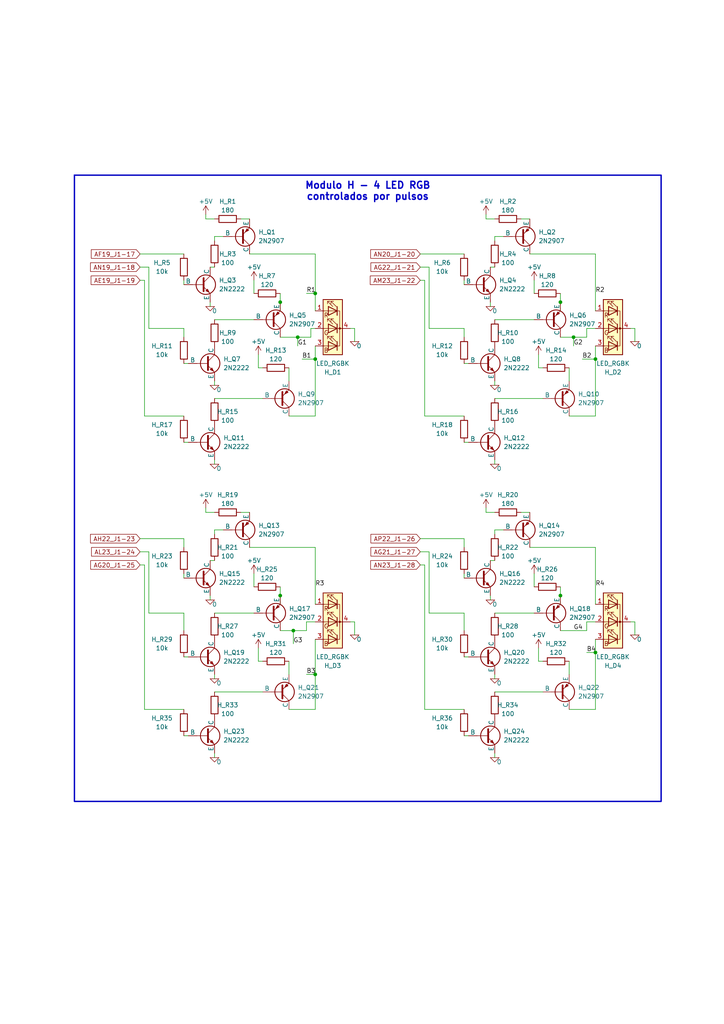
<source format=kicad_sch>
(kicad_sch (version 20230121) (generator eeschema)
  (paper "A4" portrait)
  (title_block (title "Maqueta de Laboratorio Remoto") (rev "2") (company "IIMAS UNAM") (comment 1 "Victor Manuel Lomas Barrie") (comment 2 "Abner Maya Vergara") (comment 3 "Autores:") (comment 4 "Circuito referido al diagrama de maqueta 2.0"))
  (lib_symbols
    (symbol "Device:LED_RGBK" (pin_names (offset 0) hide)
      (property "Reference" "D" (at 0 9.398 0))
      (property "Value" "LED_RGBK" (at 0 -8.89 0))
      (symbol "LED_RGBK_0_0"
        (text "B" (at 1.905 -6.35 0) (effects (font (size 1.27 1.27))))
        (text "G" (at 1.905 -1.27 0) (effects (font (size 1.27 1.27))))
        (text "R" (at 1.905 3.81 0) (effects (font (size 1.27 1.27))))
      )
      (symbol "LED_RGBK_0_1"
        (circle (center -2.032 0) (radius 0.254) (fill (type outline)))
        (polyline (pts (xy -1.27 -5.08) (xy 1.27 -5.08)))
        (polyline (pts (xy -1.27 -3.81) (xy -1.27 -6.35)) (stroke (width 0.254)))
        (polyline (pts (xy -1.27 0) (xy -2.54 0)))
        (polyline (pts (xy -1.27 1.27) (xy -1.27 -1.27)) (stroke (width 0.254)))
        (polyline (pts (xy -1.27 5.08) (xy 1.27 5.08)))
        (polyline (pts (xy -1.27 6.35) (xy -1.27 3.81)) (stroke (width 0.254)))
        (polyline (pts (xy 1.27 -5.08) (xy 2.54 -5.08)))
        (polyline (pts (xy 1.27 0) (xy -1.27 0)))
        (polyline (pts (xy 1.27 0) (xy 2.54 0)))
        (polyline (pts (xy 1.27 5.08) (xy 2.54 5.08)))
        (polyline (pts (xy -1.27 1.27) (xy -1.27 -1.27) (xy -1.27 -1.27)))
        (polyline (pts (xy -1.27 6.35) (xy -1.27 3.81) (xy -1.27 3.81)))
        (polyline (pts (xy -1.27 5.08) (xy -2.032 5.08) (xy -2.032 -5.08) (xy -1.016 -5.08)))
        (polyline (pts (xy 1.27 -3.81) (xy 1.27 -6.35) (xy -1.27 -5.08) (xy 1.27 -3.81)) (stroke (width 0.254)))
        (polyline (pts (xy 1.27 1.27) (xy 1.27 -1.27) (xy -1.27 0) (xy 1.27 1.27)) (stroke (width 0.254)))
        (polyline (pts (xy 1.27 6.35) (xy 1.27 3.81) (xy -1.27 5.08) (xy 1.27 6.35)) (stroke (width 0.254)))
        (polyline (pts (xy -1.016 -3.81) (xy 0.508 -2.286) (xy -0.254 -2.286) (xy 0.508 -2.286) (xy 0.508 -3.048)))
        (polyline (pts (xy -1.016 1.27) (xy 0.508 2.794) (xy -0.254 2.794) (xy 0.508 2.794) (xy 0.508 2.032)))
        (polyline (pts (xy -1.016 6.35) (xy 0.508 7.874) (xy -0.254 7.874) (xy 0.508 7.874) (xy 0.508 7.112)))
        (polyline (pts (xy 0 -3.81) (xy 1.524 -2.286) (xy 0.762 -2.286) (xy 1.524 -2.286) (xy 1.524 -3.048)))
        (polyline (pts (xy 0 1.27) (xy 1.524 2.794) (xy 0.762 2.794) (xy 1.524 2.794) (xy 1.524 2.032)))
        (polyline (pts (xy 0 6.35) (xy 1.524 7.874) (xy 0.762 7.874) (xy 1.524 7.874) (xy 1.524 7.112)))
        (rectangle (start 1.27 -1.27) (end 1.27 1.27))
        (rectangle (start 1.27 1.27) (end 1.27 1.27))
        (rectangle (start 1.27 3.81) (end 1.27 6.35))
        (rectangle (start 1.27 6.35) (end 1.27 6.35))
        (rectangle (start 2.794 8.382) (end -2.794 -7.62) (stroke (width 0.254)) (fill (type background)))
      )
      (symbol "LED_RGBK_1_1"
        (pin passive line (at 5.08 5.08 180) (length 2.54) (name "RA") (number "1"))
        (pin passive line (at 5.08 0 180) (length 2.54) (name "GA") (number "2"))
        (pin passive line (at 5.08 -5.08 180) (length 2.54) (name "BA") (number "3"))
        (pin passive line (at -5.08 0 0) (length 2.54) (name "K") (number "4"))
      )
    )
    (symbol "Device:R" (pin_numbers hide) (pin_names (offset 0))
      (property "Reference" "R" (at 2.032 0 90))
      (property "Value" "R" (at 0 0 90))
      (symbol "R_0_1"
        (rectangle (start -1.016 -2.54) (end 1.016 2.54) (stroke (width 0.254)))
      )
      (symbol "R_1_1"
        (pin passive line (at 0 3.81 270) (length 1.27) (name "~") (number "1"))
        (pin passive line (at 0 -3.81 90) (length 1.27) (name "~") (number "2"))
      )
    )
    (symbol "Simulation_SPICE:0" (power) (pin_names (offset 0))
      (property "Value" "0" (at 0 -1.778 0))
      (symbol "0_0_1"
        (polyline (pts (xy -1.27 0) (xy 0 -1.27) (xy 1.27 0) (xy -1.27 0)))
      )
      (symbol "0_1_1"
        (pin power_in line (at 0 0 0) (length 0) hide (name "0") (number "1"))
      )
    )
    (symbol "Simulation_SPICE:NPN" (pin_numbers hide) (pin_names (offset 0))
      (property "Reference" "Q" (at -2.54 7.62 0))
      (property "Value" "NPN" (at -2.54 5.08 0))
      (symbol "NPN_0_1"
        (polyline (pts (xy -2.54 0) (xy 0.635 0)) (stroke (width 0.1524)))
        (polyline (pts (xy 0.635 0.635) (xy 2.54 2.54)))
        (polyline (pts (xy 2.794 -1.27) (xy 2.794 -1.27)) (stroke (width 0.1524)))
        (polyline (pts (xy 2.794 -1.27) (xy 2.794 -1.27)) (stroke (width 0.1524)))
        (polyline (pts (xy 0.635 -0.635) (xy 2.54 -2.54) (xy 2.54 -2.54)))
        (polyline (pts (xy 0.635 1.905) (xy 0.635 -1.905) (xy 0.635 -1.905)) (stroke (width 0.508)))
        (polyline (pts (xy 1.27 -1.778) (xy 1.778 -1.27) (xy 2.286 -2.286) (xy 1.27 -1.778) (xy 1.27 -1.778)) (fill (type outline)))
        (circle (center 1.27 0) (radius 2.8194) (stroke (width 0.254)))
      )
      (symbol "NPN_1_1"
        (pin open_collector line (at 2.54 5.08 270) (length 2.54) (name "C") (number "1"))
        (pin input line (at -5.08 0 0) (length 2.54) (name "B") (number "2"))
        (pin open_emitter line (at 2.54 -5.08 90) (length 2.54) (name "E") (number "3"))
      )
    )
    (symbol "Simulation_SPICE:PNP" (pin_numbers hide) (pin_names (offset 0))
      (property "Reference" "Q" (at -2.54 7.62 0))
      (property "Value" "PNP" (at -2.54 5.08 0))
      (symbol "PNP_0_1"
        (polyline (pts (xy -2.54 0) (xy 0.635 0)) (stroke (width 0.1524)))
        (polyline (pts (xy 0.635 0.635) (xy 2.54 2.54)))
        (polyline (pts (xy 0.635 -0.635) (xy 2.54 -2.54) (xy 2.54 -2.54)))
        (polyline (pts (xy 0.635 1.905) (xy 0.635 -1.905) (xy 0.635 -1.905)) (stroke (width 0.508)))
        (polyline (pts (xy 2.286 -1.778) (xy 1.778 -2.286) (xy 1.27 -1.27) (xy 2.286 -1.778) (xy 2.286 -1.778)) (fill (type outline)))
        (circle (center 1.27 0) (radius 2.8194) (stroke (width 0.254)))
      )
      (symbol "PNP_1_1"
        (pin open_collector line (at 2.54 5.08 270) (length 2.54) (name "C") (number "1"))
        (pin input line (at -5.08 0 0) (length 2.54) (name "B") (number "2"))
        (pin open_emitter line (at 2.54 -5.08 90) (length 2.54) (name "E") (number "3"))
      )
    )
    (symbol "power:+5V" (power) (pin_names (offset 0))
      (property "Value" "+5V" (at 0 3.556 0))
      (symbol "+5V_0_1"
        (polyline (pts (xy -0.762 1.27) (xy 0 2.54)))
        (polyline (pts (xy 0 0) (xy 0 2.54)))
        (polyline (pts (xy 0 2.54) (xy 0.762 1.27)))
      )
      (symbol "+5V_1_1"
        (pin power_in line (at 0 0 90) (length 0) hide (name "+5V") (number "1"))
      )
    )
  )
  (junction (at 81.28 87.63))
  (junction (at 162.56 172.72))
  (junction (at 81.28 172.72))
  (junction (at 85.09 182.88))
  (junction (at 91.44 104.14))
  (junction (at 91.44 85.09))
  (junction (at 162.56 87.63))
  (junction (at 172.72 104.14))
  (junction (at 86.36 97.79))
  (junction (at 166.37 97.79))
  (junction (at 172.72 189.23))
  (junction (at 91.44 195.58))
  (wire (pts (xy 123.19 120.65) (xy 123.19 81.28)))
  (wire (pts (xy 142.24 87.63) (xy 142.24 88.9)))
  (wire (pts (xy 143.51 110.49) (xy 143.51 111.76)))
  (wire (pts (xy 134.62 166.37) (xy 134.62 167.64)))
  (wire (pts (xy 121.92 163.83) (xy 123.19 163.83)))
  (wire (pts (xy 154.94 166.37) (xy 154.94 170.18)))
  (wire (pts (xy 154.94 81.28) (xy 154.94 85.09)))
  (wire (pts (xy 165.1 191.77) (xy 165.1 195.58)))
  (wire (pts (xy 69.85 148.59) (xy 72.39 148.59)))
  (wire (pts (xy 62.23 218.44) (xy 62.23 219.71)))
  (wire (pts (xy 143.51 218.44) (xy 143.51 219.71)))
  (wire (pts (xy 123.19 120.65) (xy 134.62 120.65)))
  (wire (pts (xy 154.94 92.71) (xy 143.51 92.71)))
  (wire (pts (xy 134.62 190.5) (xy 135.89 190.5)))
  (wire (pts (xy 91.44 85.09) (xy 91.44 73.66)))
  (wire (pts (xy 156.21 191.77) (xy 157.48 191.77)))
  (wire (pts (xy 59.69 63.5) (xy 62.23 63.5)))
  (wire (pts (xy 87.63 104.14) (xy 91.44 104.14)))
  (wire (pts (xy 151.13 63.5) (xy 153.67 63.5)))
  (wire (pts (xy 59.69 62.23) (xy 59.69 63.5)))
  (wire (pts (xy 121.92 73.66) (xy 134.62 73.66)))
  (wire (pts (xy 85.09 182.88) (xy 88.9 182.88)))
  (wire (pts (xy 60.96 77.47) (xy 62.23 77.47)))
  (wire (pts (xy 91.44 73.66) (xy 72.39 73.66)))
  (wire (pts (xy 162.56 97.79) (xy 166.37 97.79)))
  (wire (pts (xy 143.51 153.67) (xy 143.51 154.94)))
  (wire (pts (xy 74.93 102.87) (xy 74.93 106.68)))
  (wire (pts (xy 165.1 106.68) (xy 165.1 110.49)))
  (wire (pts (xy 140.97 147.32) (xy 140.97 148.59)))
  (wire (pts (xy 142.24 172.72) (xy 142.24 173.99)))
  (wire (pts (xy 134.62 182.88) (xy 134.62 177.8)))
  (wire (pts (xy 73.66 166.37) (xy 73.66 170.18)))
  (wire (pts (xy 134.62 95.25) (xy 124.46 95.25)))
  (wire (pts (xy 53.34 128.27) (xy 54.61 128.27)))
  (wire (pts (xy 73.66 177.8) (xy 62.23 177.8)))
  (wire (pts (xy 154.94 177.8) (xy 143.51 177.8)))
  (wire (pts (xy 142.24 162.56) (xy 143.51 162.56)))
  (wire (pts (xy 43.18 77.47) (xy 43.18 95.25)))
  (wire (pts (xy 40.64 73.66) (xy 53.34 73.66)))
  (wire (pts (xy 62.23 200.66) (xy 76.2 200.66)))
  (wire (pts (xy 81.28 97.79) (xy 86.36 97.79)))
  (wire (pts (xy 121.92 156.21) (xy 134.62 156.21)))
  (wire (pts (xy 166.37 97.79) (xy 170.18 97.79)))
  (wire (pts (xy 184.15 95.25) (xy 182.88 95.25)))
  (wire (pts (xy 172.72 104.14) (xy 172.72 120.65)))
  (wire (pts (xy 121.92 77.47) (xy 124.46 77.47)))
  (wire (pts (xy 91.44 175.26) (xy 91.44 158.75)))
  (wire (pts (xy 69.85 63.5) (xy 72.39 63.5)))
  (wire (pts (xy 73.66 81.28) (xy 73.66 85.09)))
  (wire (pts (xy 170.18 180.34) (xy 172.72 180.34)))
  (wire (pts (xy 53.34 213.36) (xy 54.61 213.36)))
  (wire (pts (xy 165.1 205.74) (xy 172.72 205.74)))
  (wire (pts (xy 162.56 182.88) (xy 170.18 182.88)))
  (wire (pts (xy 53.34 177.8) (xy 43.18 177.8)))
  (wire (pts (xy 60.96 162.56) (xy 62.23 162.56)))
  (wire (pts (xy 172.72 189.23) (xy 172.72 205.74)))
  (wire (pts (xy 53.34 105.41) (xy 54.61 105.41)))
  (wire (pts (xy 170.18 182.88) (xy 170.18 180.34)))
  (wire (pts (xy 156.21 106.68) (xy 157.48 106.68)))
  (wire (pts (xy 41.91 81.28) (xy 40.64 81.28)))
  (wire (pts (xy 83.82 191.77) (xy 83.82 195.58)))
  (wire (pts (xy 172.72 158.75) (xy 153.67 158.75)))
  (wire (pts (xy 91.44 100.33) (xy 91.44 104.14)))
  (wire (pts (xy 62.23 133.35) (xy 62.23 134.62)))
  (wire (pts (xy 53.34 156.21) (xy 53.34 158.75)))
  (wire (pts (xy 43.18 160.02) (xy 43.18 177.8)))
  (wire (pts (xy 102.87 95.25) (xy 101.6 95.25)))
  (wire (pts (xy 91.44 195.58) (xy 91.44 205.74)))
  (wire (pts (xy 85.09 186.69) (xy 85.09 182.88)))
  (wire (pts (xy 184.15 180.34) (xy 182.88 180.34)))
  (wire (pts (xy 162.56 90.17) (xy 162.56 87.63)))
  (wire (pts (xy 184.15 95.25) (xy 184.15 99.06)))
  (wire (pts (xy 40.64 160.02) (xy 43.18 160.02)))
  (wire (pts (xy 162.56 87.63) (xy 162.56 85.09)))
  (wire (pts (xy 156.21 187.96) (xy 156.21 191.77)))
  (wire (pts (xy 146.05 153.67) (xy 143.51 153.67)))
  (wire (pts (xy 64.77 153.67) (xy 62.23 153.67)))
  (wire (pts (xy 91.44 158.75) (xy 72.39 158.75)))
  (wire (pts (xy 59.69 147.32) (xy 59.69 148.59)))
  (wire (pts (xy 124.46 160.02) (xy 124.46 177.8)))
  (wire (pts (xy 172.72 175.26) (xy 172.72 158.75)))
  (wire (pts (xy 74.93 187.96) (xy 74.93 191.77)))
  (wire (pts (xy 162.56 172.72) (xy 162.56 170.18)))
  (wire (pts (xy 123.19 81.28) (xy 121.92 81.28)))
  (wire (pts (xy 88.9 85.09) (xy 91.44 85.09)))
  (wire (pts (xy 170.18 95.25) (xy 172.72 95.25)))
  (wire (pts (xy 64.77 68.58) (xy 62.23 68.58)))
  (wire (pts (xy 143.51 133.35) (xy 143.51 134.62)))
  (wire (pts (xy 41.91 120.65) (xy 41.91 81.28)))
  (wire (pts (xy 140.97 63.5) (xy 143.51 63.5)))
  (wire (pts (xy 134.62 81.28) (xy 134.62 82.55)))
  (wire (pts (xy 41.91 120.65) (xy 53.34 120.65)))
  (wire (pts (xy 123.19 163.83) (xy 123.19 205.74)))
  (wire (pts (xy 73.66 92.71) (xy 62.23 92.71)))
  (wire (pts (xy 83.82 120.65) (xy 91.44 120.65)))
  (wire (pts (xy 102.87 95.25) (xy 102.87 99.06)))
  (wire (pts (xy 40.64 156.21) (xy 53.34 156.21)))
  (wire (pts (xy 74.93 191.77) (xy 76.2 191.77)))
  (wire (pts (xy 91.44 185.42) (xy 91.44 195.58)))
  (wire (pts (xy 83.82 106.68) (xy 83.82 110.49)))
  (wire (pts (xy 134.62 128.27) (xy 135.89 128.27)))
  (wire (pts (xy 62.23 195.58) (xy 62.23 196.85)))
  (wire (pts (xy 165.1 120.65) (xy 172.72 120.65)))
  (wire (pts (xy 60.96 87.63) (xy 60.96 88.9)))
  (wire (pts (xy 53.34 97.79) (xy 53.34 95.25)))
  (wire (pts (xy 88.9 182.88) (xy 88.9 180.34)))
  (wire (pts (xy 142.24 77.47) (xy 143.51 77.47)))
  (wire (pts (xy 170.18 189.23) (xy 172.72 189.23)))
  (wire (pts (xy 143.51 195.58) (xy 143.51 196.85)))
  (wire (pts (xy 121.92 160.02) (xy 124.46 160.02)))
  (wire (pts (xy 90.17 95.25) (xy 91.44 95.25)))
  (wire (pts (xy 91.44 90.17) (xy 91.44 85.09)))
  (wire (pts (xy 143.51 68.58) (xy 143.51 69.85)))
  (wire (pts (xy 81.28 175.26) (xy 81.28 172.72)))
  (wire (pts (xy 60.96 172.72) (xy 60.96 173.99)))
  (wire (pts (xy 151.13 148.59) (xy 153.67 148.59)))
  (wire (pts (xy 88.9 180.34) (xy 91.44 180.34)))
  (wire (pts (xy 81.28 90.17) (xy 81.28 87.63)))
  (wire (pts (xy 59.69 148.59) (xy 62.23 148.59)))
  (wire (pts (xy 172.72 185.42) (xy 172.72 189.23)))
  (wire (pts (xy 53.34 95.25) (xy 43.18 95.25)))
  (wire (pts (xy 184.15 180.34) (xy 184.15 184.15)))
  (wire (pts (xy 140.97 148.59) (xy 143.51 148.59)))
  (wire (pts (xy 40.64 163.83) (xy 41.91 163.83)))
  (wire (pts (xy 146.05 68.58) (xy 143.51 68.58)))
  (wire (pts (xy 62.23 68.58) (xy 62.23 69.85)))
  (wire (pts (xy 91.44 104.14) (xy 91.44 120.65)))
  (wire (pts (xy 53.34 81.28) (xy 53.34 82.55)))
  (wire (pts (xy 134.62 105.41) (xy 135.89 105.41)))
  (wire (pts (xy 143.51 115.57) (xy 157.48 115.57)))
  (wire (pts (xy 123.19 205.74) (xy 134.62 205.74)))
  (wire (pts (xy 166.37 100.33) (xy 166.37 97.79)))
  (wire (pts (xy 140.97 62.23) (xy 140.97 63.5)))
  (wire (pts (xy 102.87 180.34) (xy 101.6 180.34)))
  (wire (pts (xy 134.62 177.8) (xy 124.46 177.8)))
  (wire (pts (xy 134.62 213.36) (xy 135.89 213.36)))
  (wire (pts (xy 81.28 182.88) (xy 85.09 182.88)))
  (wire (pts (xy 83.82 205.74) (xy 91.44 205.74)))
  (wire (pts (xy 172.72 73.66) (xy 153.67 73.66)))
  (wire (pts (xy 88.9 195.58) (xy 91.44 195.58)))
  (wire (pts (xy 86.36 97.79) (xy 90.17 97.79)))
  (wire (pts (xy 62.23 153.67) (xy 62.23 154.94)))
  (wire (pts (xy 170.18 97.79) (xy 170.18 95.25)))
  (wire (pts (xy 53.34 166.37) (xy 53.34 167.64)))
  (wire (pts (xy 134.62 156.21) (xy 134.62 158.75)))
  (wire (pts (xy 41.91 163.83) (xy 41.91 205.74)))
  (wire (pts (xy 53.34 182.88) (xy 53.34 177.8)))
  (wire (pts (xy 162.56 175.26) (xy 162.56 172.72)))
  (wire (pts (xy 102.87 180.34) (xy 102.87 184.15)))
  (wire (pts (xy 62.23 110.49) (xy 62.23 111.76)))
  (wire (pts (xy 81.28 172.72) (xy 81.28 170.18)))
  (wire (pts (xy 143.51 200.66) (xy 157.48 200.66)))
  (wire (pts (xy 62.23 115.57) (xy 76.2 115.57)))
  (wire (pts (xy 86.36 100.33) (xy 86.36 97.79)))
  (wire (pts (xy 53.34 190.5) (xy 54.61 190.5)))
  (wire (pts (xy 41.91 205.74) (xy 53.34 205.74)))
  (wire (pts (xy 172.72 100.33) (xy 172.72 104.14)))
  (wire (pts (xy 40.64 77.47) (xy 43.18 77.47)))
  (wire (pts (xy 74.93 106.68) (xy 76.2 106.68)))
  (wire (pts (xy 124.46 77.47) (xy 124.46 95.25)))
  (wire (pts (xy 172.72 90.17) (xy 172.72 73.66)))
  (wire (pts (xy 134.62 97.79) (xy 134.62 95.25)))
  (wire (pts (xy 156.21 102.87) (xy 156.21 106.68)))
  (wire (pts (xy 168.91 104.14) (xy 172.72 104.14)))
  (wire (pts (xy 90.17 97.79) (xy 90.17 95.25)))
  (wire (pts (xy 81.28 87.63) (xy 81.28 85.09)))
  (text_box "Modulo H - 4 LED RGB\ncontrolados por pulsos" (at 21.59 50.8 0) (size 170.18 181.61) (stroke (width 0.4)) (effects (font (size 2 2) (thickness 0.4) bold) (justify top)))
  (label "R2" (at 172.72 85.09 0))
  (label "B4" (at 170.18 189.23 0))
  (label "G1" (at 86.36 100.33 0))
  (label "B3" (at 88.9 195.58 0))
  (label "G3" (at 85.09 186.69 0))
  (label "R4" (at 172.72 170.18 0))
  (label "G4" (at 166.37 182.88 0))
  (label "R3" (at 91.44 170.18 0))
  (label "B1" (at 87.63 104.14 0))
  (label "R1" (at 88.9 85.09 0))
  (label "G2" (at 166.37 100.33 0))
  (label "B2" (at 168.91 104.14 0))
  (global_label "AG21_J1-27" (shape input) (at 121.92 160.02 180) (property "Intersheetrefs" "${INTERSHEET_REFS}" (effects hide)))
  (global_label "AE19_J1-19" (shape input) (at 40.64 81.28 180) (property "Intersheetrefs" "${INTERSHEET_REFS}" (effects hide)))
  (global_label "AM23_J1-22" (shape input) (at 121.92 81.28 180) (property "Intersheetrefs" "${INTERSHEET_REFS}" (effects hide)))
  (global_label "AP22_J1-26" (shape input) (at 121.92 156.21 180) (property "Intersheetrefs" "${INTERSHEET_REFS}" (effects hide)))
  (global_label "AF19_J1-17" (shape input) (at 40.64 73.66 180) (property "Intersheetrefs" "${INTERSHEET_REFS}" (effects hide)))
  (global_label "AG20_J1-25" (shape input) (at 40.64 163.83 180) (property "Intersheetrefs" "${INTERSHEET_REFS}" (effects hide)))
  (global_label "AG22_J1-21" (shape input) (at 121.92 77.47 180) (property "Intersheetrefs" "${INTERSHEET_REFS}" (effects hide)))
  (global_label "AH22_J1-23" (shape input) (at 40.64 156.21 180) (property "Intersheetrefs" "${INTERSHEET_REFS}" (effects hide)))
  (global_label "AN20_J1-20" (shape input) (at 121.92 73.66 180) (property "Intersheetrefs" "${INTERSHEET_REFS}" (effects hide)))
  (global_label "AN19_J1-18" (shape input) (at 40.64 77.47 180) (property "Intersheetrefs" "${INTERSHEET_REFS}" (effects hide)))
  (global_label "AN23_J1-28" (shape input) (at 121.92 163.83 180) (property "Intersheetrefs" "${INTERSHEET_REFS}" (effects hide)))
  (global_label "AL23_J1-24" (shape input) (at 40.64 160.02 180) (property "Intersheetrefs" "${INTERSHEET_REFS}" (effects hide)))
  (symbol (lib_id "Device:R") (at 62.23 119.38 0) (mirror y) (unit 1)
    (property "Reference" "H_R15" (at 66.04 119.38 0))
    (property "Value" "100" (at 66.04 121.92 0))
    (property "Sim.Device" "R" (effects hide))
    (property "Sim.Pins" "1=+ 2=-" (effects hide))
  )
  (symbol (lib_id "Simulation_SPICE:PNP") (at 162.56 115.57 0) (mirror x) (unit 1)
    (property "Reference" "H_Q10" (at 167.64 114.3 0) (effects (justify left)))
    (property "Value" "2N2907" (at 167.64 116.84 0) (effects (justify left)))
    (property "Sim.Device" "PNP" (effects hide))
    (property "Sim.Type" "GUMMELPOON" (effects hide))
    (property "Sim.Pins" "1=C 2=B 3=E" (effects hide))
  )
  (symbol (lib_id "Device:R") (at 161.29 191.77 90) (mirror x) (unit 1)
    (property "Reference" "H_R32" (at 161.29 186.69 90))
    (property "Value" "120" (at 161.29 189.23 90))
    (property "Sim.Device" "R" (effects hide))
    (property "Sim.Pins" "1=+ 2=-" (effects hide))
  )
  (symbol (lib_id "Simulation_SPICE:0") (at 60.96 173.99 0) (unit 1)
    (property "Reference" "#GND023" (effects hide))
    (property "Value" "0" (at 62.23 175.26 0))
  )
  (symbol (lib_id "Simulation_SPICE:0") (at 60.96 88.9 0) (unit 1)
    (property "Reference" "#GND015" (effects hide))
    (property "Value" "0" (at 62.23 90.17 0))
  )
  (symbol (lib_id "Simulation_SPICE:NPN") (at 58.42 82.55 0) (unit 1)
    (property "Reference" "H_Q3" (at 63.5 81.28 0) (effects (justify left)))
    (property "Value" "2N2222" (at 63.5 83.82 0) (effects (justify left)))
    (property "Sim.Device" "NPN" (effects hide))
    (property "Sim.Type" "GUMMELPOON" (effects hide))
    (property "Sim.Pins" "1=C 2=B 3=E" (effects hide))
  )
  (symbol (lib_id "Simulation_SPICE:NPN") (at 59.69 105.41 0) (unit 1)
    (property "Reference" "H_Q7" (at 64.77 104.14 0) (effects (justify left)))
    (property "Value" "2N2222" (at 64.77 106.68 0) (effects (justify left)))
    (property "Sim.Device" "NPN" (effects hide))
    (property "Sim.Type" "GUMMELPOON" (effects hide))
    (property "Sim.Pins" "1=C 2=B 3=E" (effects hide))
  )
  (symbol (lib_id "Simulation_SPICE:NPN") (at 140.97 190.5 0) (unit 1)
    (property "Reference" "H_Q20" (at 146.05 189.23 0) (effects (justify left)))
    (property "Value" "2N2222" (at 146.05 191.77 0) (effects (justify left)))
    (property "Sim.Device" "NPN" (effects hide))
    (property "Sim.Type" "GUMMELPOON" (effects hide))
    (property "Sim.Pins" "1=C 2=B 3=E" (effects hide))
  )
  (symbol (lib_id "Device:LED_RGBK") (at 177.8 180.34 0) (mirror y) (unit 1)
    (property "Reference" "H_D4" (at 177.8 193.04 0))
    (property "Value" "LED_RGBK" (at 177.8 190.5 0))
  )
  (symbol (lib_id "Simulation_SPICE:0") (at 143.51 134.62 0) (unit 1)
    (property "Reference" "#GND022" (effects hide))
    (property "Value" "0" (at 144.78 135.89 0))
  )
  (symbol (lib_id "Simulation_SPICE:PNP") (at 78.74 92.71 0) (mirror x) (unit 1)
    (property "Reference" "H_Q5" (at 83.82 91.44 0) (effects (justify left)))
    (property "Value" "2N2907" (at 83.82 93.98 0) (effects (justify left)))
    (property "Sim.Device" "PNP" (effects hide))
    (property "Sim.Type" "GUMMELPOON" (effects hide))
    (property "Sim.Pins" "1=C 2=B 3=E" (effects hide))
  )
  (symbol (lib_id "Simulation_SPICE:PNP") (at 162.56 200.66 0) (mirror x) (unit 1)
    (property "Reference" "H_Q22" (at 167.64 199.39 0) (effects (justify left)))
    (property "Value" "2N2907" (at 167.64 201.93 0) (effects (justify left)))
    (property "Sim.Device" "PNP" (effects hide))
    (property "Sim.Type" "GUMMELPOON" (effects hide))
    (property "Sim.Pins" "1=C 2=B 3=E" (effects hide))
  )
  (symbol (lib_id "Device:R") (at 134.62 101.6 180) (unit 1)
    (property "Reference" "H_R12" (at 128.27 100.33 0))
    (property "Value" "10k" (at 128.27 102.87 0))
    (property "Sim.Device" "R" (effects hide))
    (property "Sim.Pins" "1=+ 2=-" (effects hide))
  )
  (symbol (lib_id "Simulation_SPICE:0") (at 184.15 184.15 0) (unit 1)
    (property "Reference" "#GND026" (effects hide))
    (property "Value" "0" (at 185.42 185.42 0))
  )
  (symbol (lib_id "power:+5V") (at 154.94 166.37 0) (unit 1)
    (property "Reference" "#PWR026" (effects hide))
    (property "Value" "+5V" (at 154.94 162.56 0))
  )
  (symbol (lib_id "Simulation_SPICE:NPN") (at 140.97 213.36 0) (unit 1)
    (property "Reference" "H_Q24" (at 146.05 212.09 0) (effects (justify left)))
    (property "Value" "2N2222" (at 146.05 214.63 0) (effects (justify left)))
    (property "Sim.Device" "NPN" (effects hide))
    (property "Sim.Type" "GUMMELPOON" (effects hide))
    (property "Sim.Pins" "1=C 2=B 3=E" (effects hide))
  )
  (symbol (lib_id "Simulation_SPICE:0") (at 143.51 196.85 0) (unit 1)
    (property "Reference" "#GND028" (effects hide))
    (property "Value" "0" (at 144.78 198.12 0))
  )
  (symbol (lib_id "Simulation_SPICE:NPN") (at 139.7 82.55 0) (unit 1)
    (property "Reference" "H_Q4" (at 144.78 81.28 0) (effects (justify left)))
    (property "Value" "2N2222" (at 144.78 83.82 0) (effects (justify left)))
    (property "Sim.Device" "NPN" (effects hide))
    (property "Sim.Type" "GUMMELPOON" (effects hide))
    (property "Sim.Pins" "1=C 2=B 3=E" (effects hide))
  )
  (symbol (lib_id "Simulation_SPICE:NPN") (at 140.97 128.27 0) (unit 1)
    (property "Reference" "H_Q12" (at 146.05 127 0) (effects (justify left)))
    (property "Value" "2N2222" (at 146.05 129.54 0) (effects (justify left)))
    (property "Sim.Device" "NPN" (effects hide))
    (property "Sim.Type" "GUMMELPOON" (effects hide))
    (property "Sim.Pins" "1=C 2=B 3=E" (effects hide))
  )
  (symbol (lib_id "power:+5V") (at 73.66 166.37 0) (unit 1)
    (property "Reference" "#PWR025" (effects hide))
    (property "Value" "+5V" (at 73.66 162.56 0))
  )
  (symbol (lib_id "power:+5V") (at 74.93 102.87 0) (unit 1)
    (property "Reference" "#PWR021" (effects hide))
    (property "Value" "+5V" (at 74.93 99.06 0))
  )
  (symbol (lib_id "Device:R") (at 143.51 73.66 0) (mirror y) (unit 1)
    (property "Reference" "H_R4" (at 147.32 73.66 0))
    (property "Value" "100" (at 147.32 76.2 0))
    (property "Sim.Device" "R" (effects hide))
    (property "Sim.Pins" "1=+ 2=-" (effects hide))
  )
  (symbol (lib_id "Simulation_SPICE:0") (at 142.24 88.9 0) (unit 1)
    (property "Reference" "#GND016" (effects hide))
    (property "Value" "0" (at 143.51 90.17 0))
  )
  (symbol (lib_id "Simulation_SPICE:0") (at 62.23 196.85 0) (unit 1)
    (property "Reference" "#GND027" (effects hide))
    (property "Value" "0" (at 63.5 198.12 0))
  )
  (symbol (lib_id "Device:R") (at 53.34 77.47 180) (unit 1)
    (property "Reference" "H_R5" (at 46.99 76.2 0))
    (property "Value" "10k" (at 46.99 78.74 0))
    (property "Sim.Device" "R" (effects hide))
    (property "Sim.Pins" "1=+ 2=-" (effects hide))
  )
  (symbol (lib_id "Device:LED_RGBK") (at 177.8 95.25 0) (mirror y) (unit 1)
    (property "Reference" "H_D2" (at 177.8 107.95 0))
    (property "Value" "LED_RGBK" (at 177.8 105.41 0))
  )
  (symbol (lib_id "Device:R") (at 143.51 96.52 0) (mirror y) (unit 1)
    (property "Reference" "H_R10" (at 147.32 96.52 0))
    (property "Value" "100" (at 147.32 99.06 0))
    (property "Sim.Device" "R" (effects hide))
    (property "Sim.Pins" "1=+ 2=-" (effects hide))
  )
  (symbol (lib_id "Device:R") (at 147.32 148.59 270) (mirror x) (unit 1)
    (property "Reference" "H_R20" (at 147.32 143.51 90))
    (property "Value" "180" (at 147.32 146.05 90))
    (property "Sim.Device" "R" (effects hide))
    (property "Sim.Pins" "1=+ 2=-" (effects hide))
  )
  (symbol (lib_id "Simulation_SPICE:0") (at 143.51 219.71 0) (unit 1)
    (property "Reference" "#GND030" (effects hide))
    (property "Value" "0" (at 144.78 220.98 0))
  )
  (symbol (lib_id "power:+5V") (at 140.97 147.32 0) (unit 1)
    (property "Reference" "#PWR024" (effects hide))
    (property "Value" "+5V" (at 140.97 143.51 0))
  )
  (symbol (lib_id "Simulation_SPICE:PNP") (at 78.74 177.8 0) (mirror x) (unit 1)
    (property "Reference" "H_Q17" (at 83.82 176.53 0) (effects (justify left)))
    (property "Value" "2N2907" (at 83.82 179.07 0) (effects (justify left)))
    (property "Sim.Device" "PNP" (effects hide))
    (property "Sim.Type" "GUMMELPOON" (effects hide))
    (property "Sim.Pins" "1=C 2=B 3=E" (effects hide))
  )
  (symbol (lib_id "power:+5V") (at 59.69 62.23 0) (unit 1)
    (property "Reference" "#PWR017" (effects hide))
    (property "Value" "+5V" (at 59.69 58.42 0))
  )
  (symbol (lib_id "Device:R") (at 143.51 181.61 0) (mirror y) (unit 1)
    (property "Reference" "H_R28" (at 147.32 181.61 0))
    (property "Value" "100" (at 147.32 184.15 0))
    (property "Sim.Device" "R" (effects hide))
    (property "Sim.Pins" "1=+ 2=-" (effects hide))
  )
  (symbol (lib_id "Simulation_SPICE:0") (at 143.51 111.76 0) (unit 1)
    (property "Reference" "#GND020" (effects hide))
    (property "Value" "0" (at 144.78 113.03 0))
  )
  (symbol (lib_id "Device:R") (at 53.34 186.69 180) (unit 1)
    (property "Reference" "H_R29" (at 46.99 185.42 0))
    (property "Value" "10k" (at 46.99 187.96 0))
    (property "Sim.Device" "R" (effects hide))
    (property "Sim.Pins" "1=+ 2=-" (effects hide))
  )
  (symbol (lib_id "Simulation_SPICE:PNP") (at 81.28 115.57 0) (mirror x) (unit 1)
    (property "Reference" "H_Q9" (at 86.36 114.3 0) (effects (justify left)))
    (property "Value" "2N2907" (at 86.36 116.84 0) (effects (justify left)))
    (property "Sim.Device" "PNP" (effects hide))
    (property "Sim.Type" "GUMMELPOON" (effects hide))
    (property "Sim.Pins" "1=C 2=B 3=E" (effects hide))
  )
  (symbol (lib_id "Device:R") (at 66.04 63.5 270) (mirror x) (unit 1)
    (property "Reference" "H_R1" (at 66.04 58.42 90))
    (property "Value" "180" (at 66.04 60.96 90))
    (property "Sim.Device" "R" (effects hide))
    (property "Sim.Pins" "1=+ 2=-" (effects hide))
  )
  (symbol (lib_id "Device:R") (at 158.75 170.18 270) (unit 1)
    (property "Reference" "H_R26" (at 158.75 165.1 90))
    (property "Value" "120" (at 158.75 167.64 90))
    (property "Sim.Device" "R" (effects hide))
    (property "Sim.Pins" "1=+ 2=-" (effects hide))
  )
  (symbol (lib_id "Device:R") (at 62.23 158.75 0) (mirror y) (unit 1)
    (property "Reference" "H_R21" (at 66.04 158.75 0))
    (property "Value" "100" (at 66.04 161.29 0))
    (property "Sim.Device" "R" (effects hide))
    (property "Sim.Pins" "1=+ 2=-" (effects hide))
  )
  (symbol (lib_id "Simulation_SPICE:NPN") (at 139.7 167.64 0) (unit 1)
    (property "Reference" "H_Q16" (at 144.78 166.37 0) (effects (justify left)))
    (property "Value" "2N2222" (at 144.78 168.91 0) (effects (justify left)))
    (property "Sim.Device" "NPN" (effects hide))
    (property "Sim.Type" "GUMMELPOON" (effects hide))
    (property "Sim.Pins" "1=C 2=B 3=E" (effects hide))
  )
  (symbol (lib_id "Simulation_SPICE:PNP") (at 160.02 92.71 0) (mirror x) (unit 1)
    (property "Reference" "H_Q6" (at 165.1 91.44 0) (effects (justify left)))
    (property "Value" "2N2907" (at 165.1 93.98 0) (effects (justify left)))
    (property "Sim.Device" "PNP" (effects hide))
    (property "Sim.Type" "GUMMELPOON" (effects hide))
    (property "Sim.Pins" "1=C 2=B 3=E" (effects hide))
  )
  (symbol (lib_id "Simulation_SPICE:0") (at 102.87 184.15 0) (unit 1)
    (property "Reference" "#GND025" (effects hide))
    (property "Value" "0" (at 104.14 185.42 0))
  )
  (symbol (lib_id "Device:R") (at 77.47 85.09 270) (unit 1)
    (property "Reference" "H_R7" (at 77.47 80.01 90))
    (property "Value" "120" (at 77.47 82.55 90))
    (property "Sim.Device" "R" (effects hide))
    (property "Sim.Pins" "1=+ 2=-" (effects hide))
  )
  (symbol (lib_id "Simulation_SPICE:0") (at 102.87 99.06 0) (unit 1)
    (property "Reference" "#GND017" (effects hide))
    (property "Value" "0" (at 104.14 100.33 0))
  )
  (symbol (lib_id "Device:R") (at 62.23 204.47 0) (mirror y) (unit 1)
    (property "Reference" "H_R33" (at 66.04 204.47 0))
    (property "Value" "100" (at 66.04 207.01 0))
    (property "Sim.Device" "R" (effects hide))
    (property "Sim.Pins" "1=+ 2=-" (effects hide))
  )
  (symbol (lib_id "Simulation_SPICE:0") (at 142.24 173.99 0) (unit 1)
    (property "Reference" "#GND024" (effects hide))
    (property "Value" "0" (at 143.51 175.26 0))
  )
  (symbol (lib_id "Simulation_SPICE:PNP") (at 151.13 153.67 0) (mirror x) (unit 1)
    (property "Reference" "H_Q14" (at 156.21 152.4 0) (effects (justify left)))
    (property "Value" "2N2907" (at 156.21 154.94 0) (effects (justify left)))
    (property "Sim.Device" "PNP" (effects hide))
    (property "Sim.Type" "GUMMELPOON" (effects hide))
    (property "Sim.Pins" "1=C 2=B 3=E" (effects hide))
  )
  (symbol (lib_id "Device:R") (at 143.51 204.47 0) (mirror y) (unit 1)
    (property "Reference" "H_R34" (at 147.32 204.47 0))
    (property "Value" "100" (at 147.32 207.01 0))
    (property "Sim.Device" "R" (effects hide))
    (property "Sim.Pins" "1=+ 2=-" (effects hide))
  )
  (symbol (lib_id "Device:R") (at 134.62 186.69 180) (unit 1)
    (property "Reference" "H_R30" (at 128.27 185.42 0))
    (property "Value" "10k" (at 128.27 187.96 0))
    (property "Sim.Device" "R" (effects hide))
    (property "Sim.Pins" "1=+ 2=-" (effects hide))
  )
  (symbol (lib_id "Simulation_SPICE:0") (at 62.23 219.71 0) (unit 1)
    (property "Reference" "#GND029" (effects hide))
    (property "Value" "0" (at 63.5 220.98 0))
  )
  (symbol (lib_id "Device:R") (at 161.29 106.68 90) (mirror x) (unit 1)
    (property "Reference" "H_R14" (at 161.29 101.6 90))
    (property "Value" "120" (at 161.29 104.14 90))
    (property "Sim.Device" "R" (effects hide))
    (property "Sim.Pins" "1=+ 2=-" (effects hide))
  )
  (symbol (lib_id "power:+5V") (at 156.21 187.96 0) (unit 1)
    (property "Reference" "#PWR028" (effects hide))
    (property "Value" "+5V" (at 156.21 184.15 0))
  )
  (symbol (lib_id "Device:R") (at 62.23 181.61 0) (mirror y) (unit 1)
    (property "Reference" "H_R27" (at 66.04 181.61 0))
    (property "Value" "100" (at 66.04 184.15 0))
    (property "Sim.Device" "R" (effects hide))
    (property "Sim.Pins" "1=+ 2=-" (effects hide))
  )
  (symbol (lib_id "Simulation_SPICE:0") (at 62.23 111.76 0) (unit 1)
    (property "Reference" "#GND019" (effects hide))
    (property "Value" "0" (at 63.5 113.03 0))
  )
  (symbol (lib_id "power:+5V") (at 59.69 147.32 0) (unit 1)
    (property "Reference" "#PWR023" (effects hide))
    (property "Value" "+5V" (at 59.69 143.51 0))
  )
  (symbol (lib_id "Device:R") (at 147.32 63.5 270) (mirror x) (unit 1)
    (property "Reference" "H_R2" (at 147.32 58.42 90))
    (property "Value" "180" (at 147.32 60.96 90))
    (property "Sim.Device" "R" (effects hide))
    (property "Sim.Pins" "1=+ 2=-" (effects hide))
  )
  (symbol (lib_id "Simulation_SPICE:0") (at 62.23 134.62 0) (unit 1)
    (property "Reference" "#GND021" (effects hide))
    (property "Value" "0" (at 63.5 135.89 0))
  )
  (symbol (lib_id "Device:R") (at 53.34 162.56 180) (unit 1)
    (property "Reference" "H_R23" (at 46.99 161.29 0))
    (property "Value" "10k" (at 46.99 163.83 0))
    (property "Sim.Device" "R" (effects hide))
    (property "Sim.Pins" "1=+ 2=-" (effects hide))
  )
  (symbol (lib_id "Device:R") (at 134.62 77.47 180) (unit 1)
    (property "Reference" "H_R6" (at 128.27 76.2 0))
    (property "Value" "10k" (at 128.27 78.74 0))
    (property "Sim.Device" "R" (effects hide))
    (property "Sim.Pins" "1=+ 2=-" (effects hide))
  )
  (symbol (lib_id "Device:R") (at 80.01 191.77 90) (mirror x) (unit 1)
    (property "Reference" "H_R31" (at 80.01 186.69 90))
    (property "Value" "120" (at 80.01 189.23 90))
    (property "Sim.Device" "R" (effects hide))
    (property "Sim.Pins" "1=+ 2=-" (effects hide))
  )
  (symbol (lib_id "Device:R") (at 53.34 124.46 180) (unit 1)
    (property "Reference" "H_R17" (at 46.99 123.19 0))
    (property "Value" "10k" (at 46.99 125.73 0))
    (property "Sim.Device" "R" (effects hide))
    (property "Sim.Pins" "1=+ 2=-" (effects hide))
  )
  (symbol (lib_id "Device:R") (at 80.01 106.68 90) (mirror x) (unit 1)
    (property "Reference" "H_R13" (at 80.01 101.6 90))
    (property "Value" "120" (at 80.01 104.14 90))
    (property "Sim.Device" "R" (effects hide))
    (property "Sim.Pins" "1=+ 2=-" (effects hide))
  )
  (symbol (lib_id "Simulation_SPICE:PNP") (at 69.85 68.58 0) (mirror x) (unit 1)
    (property "Reference" "H_Q1" (at 74.93 67.31 0) (effects (justify left)))
    (property "Value" "2N2907" (at 74.93 69.85 0) (effects (justify left)))
    (property "Sim.Device" "PNP" (effects hide))
    (property "Sim.Type" "GUMMELPOON" (effects hide))
    (property "Sim.Pins" "1=C 2=B 3=E" (effects hide))
  )
  (symbol (lib_id "Device:R") (at 134.62 124.46 180) (unit 1)
    (property "Reference" "H_R18" (at 128.27 123.19 0))
    (property "Value" "10k" (at 128.27 125.73 0))
    (property "Sim.Device" "R" (effects hide))
    (property "Sim.Pins" "1=+ 2=-" (effects hide))
  )
  (symbol (lib_id "Simulation_SPICE:0") (at 184.15 99.06 0) (unit 1)
    (property "Reference" "#GND018" (effects hide))
    (property "Value" "0" (at 185.42 100.33 0))
  )
  (symbol (lib_id "Device:R") (at 66.04 148.59 270) (mirror x) (unit 1)
    (property "Reference" "H_R19" (at 66.04 143.51 90))
    (property "Value" "180" (at 66.04 146.05 90))
    (property "Sim.Device" "R" (effects hide))
    (property "Sim.Pins" "1=+ 2=-" (effects hide))
  )
  (symbol (lib_id "Device:R") (at 62.23 73.66 0) (mirror y) (unit 1)
    (property "Reference" "H_R3" (at 66.04 73.66 0))
    (property "Value" "100" (at 66.04 76.2 0))
    (property "Sim.Device" "R" (effects hide))
    (property "Sim.Pins" "1=+ 2=-" (effects hide))
  )
  (symbol (lib_id "power:+5V") (at 74.93 187.96 0) (unit 1)
    (property "Reference" "#PWR027" (effects hide))
    (property "Value" "+5V" (at 74.93 184.15 0))
  )
  (symbol (lib_id "Device:LED_RGBK") (at 96.52 180.34 0) (mirror y) (unit 1)
    (property "Reference" "H_D3" (at 96.52 193.04 0))
    (property "Value" "LED_RGBK" (at 96.52 190.5 0))
  )
  (symbol (lib_id "Device:R") (at 158.75 85.09 270) (unit 1)
    (property "Reference" "H_R8" (at 158.75 80.01 90))
    (property "Value" "120" (at 158.75 82.55 90))
    (property "Sim.Device" "R" (effects hide))
    (property "Sim.Pins" "1=+ 2=-" (effects hide))
  )
  (symbol (lib_id "Device:R") (at 134.62 162.56 180) (unit 1)
    (property "Reference" "H_R24" (at 128.27 161.29 0))
    (property "Value" "10k" (at 128.27 163.83 0))
    (property "Sim.Device" "R" (effects hide))
    (property "Sim.Pins" "1=+ 2=-" (effects hide))
  )
  (symbol (lib_id "Simulation_SPICE:NPN") (at 140.97 105.41 0) (unit 1)
    (property "Reference" "H_Q8" (at 146.05 104.14 0) (effects (justify left)))
    (property "Value" "2N2222" (at 146.05 106.68 0) (effects (justify left)))
    (property "Sim.Device" "NPN" (effects hide))
    (property "Sim.Type" "GUMMELPOON" (effects hide))
    (property "Sim.Pins" "1=C 2=B 3=E" (effects hide))
  )
  (symbol (lib_id "power:+5V") (at 154.94 81.28 0) (unit 1)
    (property "Reference" "#PWR020" (effects hide))
    (property "Value" "+5V" (at 154.94 77.47 0))
  )
  (symbol (lib_id "Simulation_SPICE:NPN") (at 59.69 190.5 0) (unit 1)
    (property "Reference" "H_Q19" (at 64.77 189.23 0) (effects (justify left)))
    (property "Value" "2N2222" (at 64.77 191.77 0) (effects (justify left)))
    (property "Sim.Device" "NPN" (effects hide))
    (property "Sim.Type" "GUMMELPOON" (effects hide))
    (property "Sim.Pins" "1=C 2=B 3=E" (effects hide))
  )
  (symbol (lib_id "Device:R") (at 143.51 119.38 0) (mirror y) (unit 1)
    (property "Reference" "H_R16" (at 147.32 119.38 0))
    (property "Value" "100" (at 147.32 121.92 0))
    (property "Sim.Device" "R" (effects hide))
    (property "Sim.Pins" "1=+ 2=-" (effects hide))
  )
  (symbol (lib_id "Simulation_SPICE:PNP") (at 160.02 177.8 0) (mirror x) (unit 1)
    (property "Reference" "H_Q18" (at 165.1 176.53 0) (effects (justify left)))
    (property "Value" "2N2907" (at 165.1 179.07 0) (effects (justify left)))
    (property "Sim.Device" "PNP" (effects hide))
    (property "Sim.Type" "GUMMELPOON" (effects hide))
    (property "Sim.Pins" "1=C 2=B 3=E" (effects hide))
  )
  (symbol (lib_id "Simulation_SPICE:NPN") (at 58.42 167.64 0) (unit 1)
    (property "Reference" "H_Q15" (at 63.5 166.37 0) (effects (justify left)))
    (property "Value" "2N2222" (at 63.5 168.91 0) (effects (justify left)))
    (property "Sim.Device" "NPN" (effects hide))
    (property "Sim.Type" "GUMMELPOON" (effects hide))
    (property "Sim.Pins" "1=C 2=B 3=E" (effects hide))
  )
  (symbol (lib_id "Device:R") (at 53.34 101.6 180) (unit 1)
    (property "Reference" "H_R11" (at 46.99 100.33 0))
    (property "Value" "10k" (at 46.99 102.87 0))
    (property "Sim.Device" "R" (effects hide))
    (property "Sim.Pins" "1=+ 2=-" (effects hide))
  )
  (symbol (lib_id "Device:R") (at 62.23 96.52 0) (mirror y) (unit 1)
    (property "Reference" "H_R9" (at 66.04 96.52 0))
    (property "Value" "100" (at 66.04 99.06 0))
    (property "Sim.Device" "R" (effects hide))
    (property "Sim.Pins" "1=+ 2=-" (effects hide))
  )
  (symbol (lib_id "power:+5V") (at 156.21 102.87 0) (unit 1)
    (property "Reference" "#PWR022" (effects hide))
    (property "Value" "+5V" (at 156.21 99.06 0))
  )
  (symbol (lib_id "Device:R") (at 134.62 209.55 180) (unit 1)
    (property "Reference" "H_R36" (at 128.27 208.28 0))
    (property "Value" "10k" (at 128.27 210.82 0))
    (property "Sim.Device" "R" (effects hide))
    (property "Sim.Pins" "1=+ 2=-" (effects hide))
  )
  (symbol (lib_id "Device:R") (at 53.34 209.55 180) (unit 1)
    (property "Reference" "H_R35" (at 46.99 208.28 0))
    (property "Value" "10k" (at 46.99 210.82 0))
    (property "Sim.Device" "R" (effects hide))
    (property "Sim.Pins" "1=+ 2=-" (effects hide))
  )
  (symbol (lib_id "Simulation_SPICE:NPN") (at 59.69 213.36 0) (unit 1)
    (property "Reference" "H_Q23" (at 64.77 212.09 0) (effects (justify left)))
    (property "Value" "2N2222" (at 64.77 214.63 0) (effects (justify left)))
    (property "Sim.Device" "NPN" (effects hide))
    (property "Sim.Type" "GUMMELPOON" (effects hide))
    (property "Sim.Pins" "1=C 2=B 3=E" (effects hide))
  )
  (symbol (lib_id "power:+5V") (at 73.66 81.28 0) (unit 1)
    (property "Reference" "#PWR019" (effects hide))
    (property "Value" "+5V" (at 73.66 77.47 0))
  )
  (symbol (lib_id "power:+5V") (at 140.97 62.23 0) (unit 1)
    (property "Reference" "#PWR018" (effects hide))
    (property "Value" "+5V" (at 140.97 58.42 0))
  )
  (symbol (lib_id "Simulation_SPICE:PNP") (at 151.13 68.58 0) (mirror x) (unit 1)
    (property "Reference" "H_Q2" (at 156.21 67.31 0) (effects (justify left)))
    (property "Value" "2N2907" (at 156.21 69.85 0) (effects (justify left)))
    (property "Sim.Device" "PNP" (effects hide))
    (property "Sim.Type" "GUMMELPOON" (effects hide))
    (property "Sim.Pins" "1=C 2=B 3=E" (effects hide))
  )
  (symbol (lib_id "Simulation_SPICE:PNP") (at 69.85 153.67 0) (mirror x) (unit 1)
    (property "Reference" "H_Q13" (at 74.93 152.4 0) (effects (justify left)))
    (property "Value" "2N2907" (at 74.93 154.94 0) (effects (justify left)))
    (property "Sim.Device" "PNP" (effects hide))
    (property "Sim.Type" "GUMMELPOON" (effects hide))
    (property "Sim.Pins" "1=C 2=B 3=E" (effects hide))
  )
  (symbol (lib_id "Device:R") (at 77.47 170.18 270) (unit 1)
    (property "Reference" "H_R25" (at 77.47 165.1 90))
    (property "Value" "120" (at 77.47 167.64 90))
    (property "Sim.Device" "R" (effects hide))
    (property "Sim.Pins" "1=+ 2=-" (effects hide))
  )
  (symbol (lib_id "Device:LED_RGBK") (at 96.52 95.25 0) (mirror y) (unit 1)
    (property "Reference" "H_D1" (at 96.52 107.95 0))
    (property "Value" "LED_RGBK" (at 96.52 105.41 0))
  )
  (symbol (lib_id "Simulation_SPICE:NPN") (at 59.69 128.27 0) (unit 1)
    (property "Reference" "H_Q11" (at 64.77 127 0) (effects (justify left)))
    (property "Value" "2N2222" (at 64.77 129.54 0) (effects (justify left)))
    (property "Sim.Device" "NPN" (effects hide))
    (property "Sim.Type" "GUMMELPOON" (effects hide))
    (property "Sim.Pins" "1=C 2=B 3=E" (effects hide))
  )
  (symbol (lib_id "Simulation_SPICE:PNP") (at 81.28 200.66 0) (mirror x) (unit 1)
    (property "Reference" "H_Q21" (at 86.36 199.39 0) (effects (justify left)))
    (property "Value" "2N2907" (at 86.36 201.93 0) (effects (justify left)))
    (property "Sim.Device" "PNP" (effects hide))
    (property "Sim.Type" "GUMMELPOON" (effects hide))
    (property "Sim.Pins" "1=C 2=B 3=E" (effects hide))
  )
  (symbol (lib_id "Device:R") (at 143.51 158.75 0) (mirror y) (unit 1)
    (property "Reference" "H_R22" (at 147.32 158.75 0))
    (property "Value" "100" (at 147.32 161.29 0))
    (property "Sim.Device" "R" (effects hide))
    (property "Sim.Pins" "1=+ 2=-" (effects hide))
  )
)
</source>
